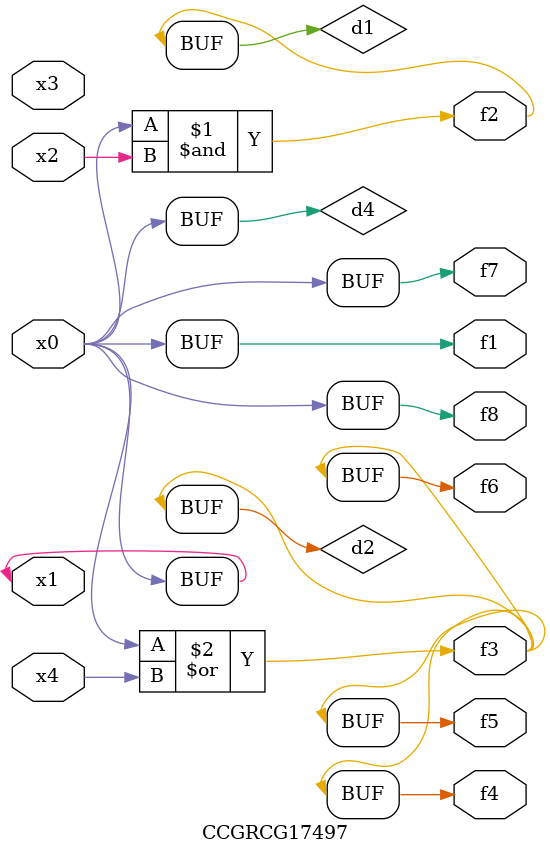
<source format=v>
module CCGRCG17497(
	input x0, x1, x2, x3, x4,
	output f1, f2, f3, f4, f5, f6, f7, f8
);

	wire d1, d2, d3, d4;

	and (d1, x0, x2);
	or (d2, x0, x4);
	nand (d3, x0, x2);
	buf (d4, x0, x1);
	assign f1 = d4;
	assign f2 = d1;
	assign f3 = d2;
	assign f4 = d2;
	assign f5 = d2;
	assign f6 = d2;
	assign f7 = d4;
	assign f8 = d4;
endmodule

</source>
